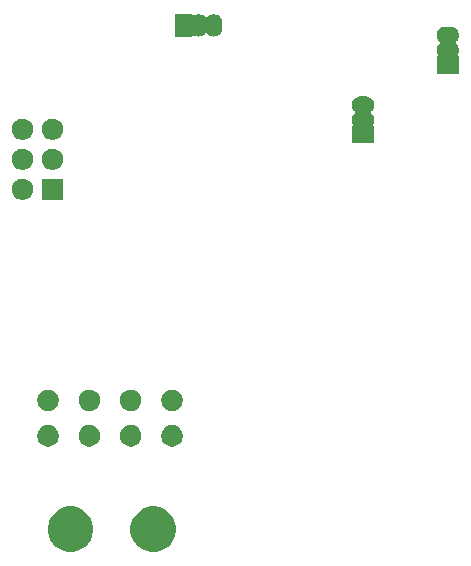
<source format=gbs>
G04 #@! TF.GenerationSoftware,KiCad,Pcbnew,5.0.1-33cea8e~68~ubuntu18.04.1*
G04 #@! TF.CreationDate,2019-04-03T20:56:08-04:00*
G04 #@! TF.ProjectId,IMU,494D552E6B696361645F706362000000,rev?*
G04 #@! TF.SameCoordinates,Original*
G04 #@! TF.FileFunction,Soldermask,Bot*
G04 #@! TF.FilePolarity,Negative*
%FSLAX46Y46*%
G04 Gerber Fmt 4.6, Leading zero omitted, Abs format (unit mm)*
G04 Created by KiCad (PCBNEW 5.0.1-33cea8e~68~ubuntu18.04.1) date Wed 03 Apr 2019 08:56:08 PM EDT*
%MOMM*%
%LPD*%
G01*
G04 APERTURE LIST*
%ADD10C,0.100000*%
G04 APERTURE END LIST*
D10*
G36*
X135602379Y-115828896D02*
X135602381Y-115828897D01*
X135602382Y-115828897D01*
X135952709Y-115974007D01*
X135952710Y-115974008D01*
X136267999Y-116184677D01*
X136536123Y-116452801D01*
X136536125Y-116452804D01*
X136746793Y-116768091D01*
X136891903Y-117118418D01*
X136965880Y-117490324D01*
X136965880Y-117869516D01*
X136891903Y-118241422D01*
X136746793Y-118591749D01*
X136746792Y-118591750D01*
X136536123Y-118907039D01*
X136267999Y-119175163D01*
X136267996Y-119175165D01*
X135952709Y-119385833D01*
X135602382Y-119530943D01*
X135602381Y-119530943D01*
X135602379Y-119530944D01*
X135230477Y-119604920D01*
X134851283Y-119604920D01*
X134479381Y-119530944D01*
X134479379Y-119530943D01*
X134479378Y-119530943D01*
X134129051Y-119385833D01*
X133813764Y-119175165D01*
X133813761Y-119175163D01*
X133545637Y-118907039D01*
X133334968Y-118591750D01*
X133334967Y-118591749D01*
X133189857Y-118241422D01*
X133115880Y-117869516D01*
X133115880Y-117490324D01*
X133189857Y-117118418D01*
X133334967Y-116768091D01*
X133545635Y-116452804D01*
X133545637Y-116452801D01*
X133813761Y-116184677D01*
X134129050Y-115974008D01*
X134129051Y-115974007D01*
X134479378Y-115828897D01*
X134479379Y-115828897D01*
X134479381Y-115828896D01*
X134851283Y-115754920D01*
X135230477Y-115754920D01*
X135602379Y-115828896D01*
X135602379Y-115828896D01*
G37*
G36*
X128602379Y-115828896D02*
X128602381Y-115828897D01*
X128602382Y-115828897D01*
X128952709Y-115974007D01*
X128952710Y-115974008D01*
X129267999Y-116184677D01*
X129536123Y-116452801D01*
X129536125Y-116452804D01*
X129746793Y-116768091D01*
X129891903Y-117118418D01*
X129965880Y-117490324D01*
X129965880Y-117869516D01*
X129891903Y-118241422D01*
X129746793Y-118591749D01*
X129746792Y-118591750D01*
X129536123Y-118907039D01*
X129267999Y-119175163D01*
X129267996Y-119175165D01*
X128952709Y-119385833D01*
X128602382Y-119530943D01*
X128602381Y-119530943D01*
X128602379Y-119530944D01*
X128230477Y-119604920D01*
X127851283Y-119604920D01*
X127479381Y-119530944D01*
X127479379Y-119530943D01*
X127479378Y-119530943D01*
X127129051Y-119385833D01*
X126813764Y-119175165D01*
X126813761Y-119175163D01*
X126545637Y-118907039D01*
X126334968Y-118591750D01*
X126334967Y-118591749D01*
X126189857Y-118241422D01*
X126115880Y-117869516D01*
X126115880Y-117490324D01*
X126189857Y-117118418D01*
X126334967Y-116768091D01*
X126545635Y-116452804D01*
X126545637Y-116452801D01*
X126813761Y-116184677D01*
X127129050Y-115974008D01*
X127129051Y-115974007D01*
X127479378Y-115828897D01*
X127479379Y-115828897D01*
X127479381Y-115828896D01*
X127851283Y-115754920D01*
X128230477Y-115754920D01*
X128602379Y-115828896D01*
X128602379Y-115828896D01*
G37*
G36*
X136896314Y-108894890D02*
X136896316Y-108894891D01*
X136896317Y-108894891D01*
X137061927Y-108963489D01*
X137210974Y-109063079D01*
X137337721Y-109189826D01*
X137437311Y-109338873D01*
X137505910Y-109504486D01*
X137540880Y-109680291D01*
X137540880Y-109859549D01*
X137505910Y-110035354D01*
X137437311Y-110200967D01*
X137337721Y-110350014D01*
X137210974Y-110476761D01*
X137210971Y-110476763D01*
X137061927Y-110576351D01*
X136896317Y-110644949D01*
X136896316Y-110644949D01*
X136896314Y-110644950D01*
X136720509Y-110679920D01*
X136541251Y-110679920D01*
X136365446Y-110644950D01*
X136365444Y-110644949D01*
X136365443Y-110644949D01*
X136199833Y-110576351D01*
X136050789Y-110476763D01*
X136050786Y-110476761D01*
X135924039Y-110350014D01*
X135824449Y-110200967D01*
X135755850Y-110035354D01*
X135720880Y-109859549D01*
X135720880Y-109680291D01*
X135755850Y-109504486D01*
X135824449Y-109338873D01*
X135924039Y-109189826D01*
X136050786Y-109063079D01*
X136199833Y-108963489D01*
X136365443Y-108894891D01*
X136365444Y-108894891D01*
X136365446Y-108894890D01*
X136541251Y-108859920D01*
X136720509Y-108859920D01*
X136896314Y-108894890D01*
X136896314Y-108894890D01*
G37*
G36*
X133396314Y-108894890D02*
X133396316Y-108894891D01*
X133396317Y-108894891D01*
X133561927Y-108963489D01*
X133710974Y-109063079D01*
X133837721Y-109189826D01*
X133937311Y-109338873D01*
X134005910Y-109504486D01*
X134040880Y-109680291D01*
X134040880Y-109859549D01*
X134005910Y-110035354D01*
X133937311Y-110200967D01*
X133837721Y-110350014D01*
X133710974Y-110476761D01*
X133710971Y-110476763D01*
X133561927Y-110576351D01*
X133396317Y-110644949D01*
X133396316Y-110644949D01*
X133396314Y-110644950D01*
X133220509Y-110679920D01*
X133041251Y-110679920D01*
X132865446Y-110644950D01*
X132865444Y-110644949D01*
X132865443Y-110644949D01*
X132699833Y-110576351D01*
X132550789Y-110476763D01*
X132550786Y-110476761D01*
X132424039Y-110350014D01*
X132324449Y-110200967D01*
X132255850Y-110035354D01*
X132220880Y-109859549D01*
X132220880Y-109680291D01*
X132255850Y-109504486D01*
X132324449Y-109338873D01*
X132424039Y-109189826D01*
X132550786Y-109063079D01*
X132699833Y-108963489D01*
X132865443Y-108894891D01*
X132865444Y-108894891D01*
X132865446Y-108894890D01*
X133041251Y-108859920D01*
X133220509Y-108859920D01*
X133396314Y-108894890D01*
X133396314Y-108894890D01*
G37*
G36*
X129896314Y-108894890D02*
X129896316Y-108894891D01*
X129896317Y-108894891D01*
X130061927Y-108963489D01*
X130210974Y-109063079D01*
X130337721Y-109189826D01*
X130437311Y-109338873D01*
X130505910Y-109504486D01*
X130540880Y-109680291D01*
X130540880Y-109859549D01*
X130505910Y-110035354D01*
X130437311Y-110200967D01*
X130337721Y-110350014D01*
X130210974Y-110476761D01*
X130210971Y-110476763D01*
X130061927Y-110576351D01*
X129896317Y-110644949D01*
X129896316Y-110644949D01*
X129896314Y-110644950D01*
X129720509Y-110679920D01*
X129541251Y-110679920D01*
X129365446Y-110644950D01*
X129365444Y-110644949D01*
X129365443Y-110644949D01*
X129199833Y-110576351D01*
X129050789Y-110476763D01*
X129050786Y-110476761D01*
X128924039Y-110350014D01*
X128824449Y-110200967D01*
X128755850Y-110035354D01*
X128720880Y-109859549D01*
X128720880Y-109680291D01*
X128755850Y-109504486D01*
X128824449Y-109338873D01*
X128924039Y-109189826D01*
X129050786Y-109063079D01*
X129199833Y-108963489D01*
X129365443Y-108894891D01*
X129365444Y-108894891D01*
X129365446Y-108894890D01*
X129541251Y-108859920D01*
X129720509Y-108859920D01*
X129896314Y-108894890D01*
X129896314Y-108894890D01*
G37*
G36*
X126396314Y-108894890D02*
X126396316Y-108894891D01*
X126396317Y-108894891D01*
X126561927Y-108963489D01*
X126710974Y-109063079D01*
X126837721Y-109189826D01*
X126937311Y-109338873D01*
X127005910Y-109504486D01*
X127040880Y-109680291D01*
X127040880Y-109859549D01*
X127005910Y-110035354D01*
X126937311Y-110200967D01*
X126837721Y-110350014D01*
X126710974Y-110476761D01*
X126710971Y-110476763D01*
X126561927Y-110576351D01*
X126396317Y-110644949D01*
X126396316Y-110644949D01*
X126396314Y-110644950D01*
X126220509Y-110679920D01*
X126041251Y-110679920D01*
X125865446Y-110644950D01*
X125865444Y-110644949D01*
X125865443Y-110644949D01*
X125699833Y-110576351D01*
X125550789Y-110476763D01*
X125550786Y-110476761D01*
X125424039Y-110350014D01*
X125324449Y-110200967D01*
X125255850Y-110035354D01*
X125220880Y-109859549D01*
X125220880Y-109680291D01*
X125255850Y-109504486D01*
X125324449Y-109338873D01*
X125424039Y-109189826D01*
X125550786Y-109063079D01*
X125699833Y-108963489D01*
X125865443Y-108894891D01*
X125865444Y-108894891D01*
X125865446Y-108894890D01*
X126041251Y-108859920D01*
X126220509Y-108859920D01*
X126396314Y-108894890D01*
X126396314Y-108894890D01*
G37*
G36*
X136896314Y-105894890D02*
X136896316Y-105894891D01*
X136896317Y-105894891D01*
X137061927Y-105963489D01*
X137210974Y-106063079D01*
X137337721Y-106189826D01*
X137437311Y-106338873D01*
X137505910Y-106504486D01*
X137540880Y-106680291D01*
X137540880Y-106859549D01*
X137505910Y-107035354D01*
X137437311Y-107200967D01*
X137337721Y-107350014D01*
X137210974Y-107476761D01*
X137210971Y-107476763D01*
X137061927Y-107576351D01*
X136896317Y-107644949D01*
X136896316Y-107644949D01*
X136896314Y-107644950D01*
X136720509Y-107679920D01*
X136541251Y-107679920D01*
X136365446Y-107644950D01*
X136365444Y-107644949D01*
X136365443Y-107644949D01*
X136199833Y-107576351D01*
X136050789Y-107476763D01*
X136050786Y-107476761D01*
X135924039Y-107350014D01*
X135824449Y-107200967D01*
X135755850Y-107035354D01*
X135720880Y-106859549D01*
X135720880Y-106680291D01*
X135755850Y-106504486D01*
X135824449Y-106338873D01*
X135924039Y-106189826D01*
X136050786Y-106063079D01*
X136199833Y-105963489D01*
X136365443Y-105894891D01*
X136365444Y-105894891D01*
X136365446Y-105894890D01*
X136541251Y-105859920D01*
X136720509Y-105859920D01*
X136896314Y-105894890D01*
X136896314Y-105894890D01*
G37*
G36*
X133396314Y-105894890D02*
X133396316Y-105894891D01*
X133396317Y-105894891D01*
X133561927Y-105963489D01*
X133710974Y-106063079D01*
X133837721Y-106189826D01*
X133937311Y-106338873D01*
X134005910Y-106504486D01*
X134040880Y-106680291D01*
X134040880Y-106859549D01*
X134005910Y-107035354D01*
X133937311Y-107200967D01*
X133837721Y-107350014D01*
X133710974Y-107476761D01*
X133710971Y-107476763D01*
X133561927Y-107576351D01*
X133396317Y-107644949D01*
X133396316Y-107644949D01*
X133396314Y-107644950D01*
X133220509Y-107679920D01*
X133041251Y-107679920D01*
X132865446Y-107644950D01*
X132865444Y-107644949D01*
X132865443Y-107644949D01*
X132699833Y-107576351D01*
X132550789Y-107476763D01*
X132550786Y-107476761D01*
X132424039Y-107350014D01*
X132324449Y-107200967D01*
X132255850Y-107035354D01*
X132220880Y-106859549D01*
X132220880Y-106680291D01*
X132255850Y-106504486D01*
X132324449Y-106338873D01*
X132424039Y-106189826D01*
X132550786Y-106063079D01*
X132699833Y-105963489D01*
X132865443Y-105894891D01*
X132865444Y-105894891D01*
X132865446Y-105894890D01*
X133041251Y-105859920D01*
X133220509Y-105859920D01*
X133396314Y-105894890D01*
X133396314Y-105894890D01*
G37*
G36*
X129896314Y-105894890D02*
X129896316Y-105894891D01*
X129896317Y-105894891D01*
X130061927Y-105963489D01*
X130210974Y-106063079D01*
X130337721Y-106189826D01*
X130437311Y-106338873D01*
X130505910Y-106504486D01*
X130540880Y-106680291D01*
X130540880Y-106859549D01*
X130505910Y-107035354D01*
X130437311Y-107200967D01*
X130337721Y-107350014D01*
X130210974Y-107476761D01*
X130210971Y-107476763D01*
X130061927Y-107576351D01*
X129896317Y-107644949D01*
X129896316Y-107644949D01*
X129896314Y-107644950D01*
X129720509Y-107679920D01*
X129541251Y-107679920D01*
X129365446Y-107644950D01*
X129365444Y-107644949D01*
X129365443Y-107644949D01*
X129199833Y-107576351D01*
X129050789Y-107476763D01*
X129050786Y-107476761D01*
X128924039Y-107350014D01*
X128824449Y-107200967D01*
X128755850Y-107035354D01*
X128720880Y-106859549D01*
X128720880Y-106680291D01*
X128755850Y-106504486D01*
X128824449Y-106338873D01*
X128924039Y-106189826D01*
X129050786Y-106063079D01*
X129199833Y-105963489D01*
X129365443Y-105894891D01*
X129365444Y-105894891D01*
X129365446Y-105894890D01*
X129541251Y-105859920D01*
X129720509Y-105859920D01*
X129896314Y-105894890D01*
X129896314Y-105894890D01*
G37*
G36*
X126396314Y-105894890D02*
X126396316Y-105894891D01*
X126396317Y-105894891D01*
X126561927Y-105963489D01*
X126710974Y-106063079D01*
X126837721Y-106189826D01*
X126937311Y-106338873D01*
X127005910Y-106504486D01*
X127040880Y-106680291D01*
X127040880Y-106859549D01*
X127005910Y-107035354D01*
X126937311Y-107200967D01*
X126837721Y-107350014D01*
X126710974Y-107476761D01*
X126710971Y-107476763D01*
X126561927Y-107576351D01*
X126396317Y-107644949D01*
X126396316Y-107644949D01*
X126396314Y-107644950D01*
X126220509Y-107679920D01*
X126041251Y-107679920D01*
X125865446Y-107644950D01*
X125865444Y-107644949D01*
X125865443Y-107644949D01*
X125699833Y-107576351D01*
X125550789Y-107476763D01*
X125550786Y-107476761D01*
X125424039Y-107350014D01*
X125324449Y-107200967D01*
X125255850Y-107035354D01*
X125220880Y-106859549D01*
X125220880Y-106680291D01*
X125255850Y-106504486D01*
X125324449Y-106338873D01*
X125424039Y-106189826D01*
X125550786Y-106063079D01*
X125699833Y-105963489D01*
X125865443Y-105894891D01*
X125865444Y-105894891D01*
X125865446Y-105894890D01*
X126041251Y-105859920D01*
X126220509Y-105859920D01*
X126396314Y-105894890D01*
X126396314Y-105894890D01*
G37*
G36*
X127407240Y-89800000D02*
X125607240Y-89800000D01*
X125607240Y-88000000D01*
X127407240Y-88000000D01*
X127407240Y-89800000D01*
X127407240Y-89800000D01*
G37*
G36*
X124229761Y-88034586D02*
X124393549Y-88102429D01*
X124540960Y-88200926D01*
X124666314Y-88326280D01*
X124764811Y-88473691D01*
X124832654Y-88637479D01*
X124867240Y-88811356D01*
X124867240Y-88988644D01*
X124832654Y-89162521D01*
X124764811Y-89326309D01*
X124666314Y-89473720D01*
X124540960Y-89599074D01*
X124393549Y-89697571D01*
X124229761Y-89765414D01*
X124055884Y-89800000D01*
X123878596Y-89800000D01*
X123704719Y-89765414D01*
X123540931Y-89697571D01*
X123393520Y-89599074D01*
X123268166Y-89473720D01*
X123169669Y-89326309D01*
X123101826Y-89162521D01*
X123067240Y-88988644D01*
X123067240Y-88811356D01*
X123101826Y-88637479D01*
X123169669Y-88473691D01*
X123268166Y-88326280D01*
X123393520Y-88200926D01*
X123540931Y-88102429D01*
X123704719Y-88034586D01*
X123878596Y-88000000D01*
X124055884Y-88000000D01*
X124229761Y-88034586D01*
X124229761Y-88034586D01*
G37*
G36*
X126769761Y-85494586D02*
X126933549Y-85562429D01*
X127080960Y-85660926D01*
X127206314Y-85786280D01*
X127304811Y-85933691D01*
X127372654Y-86097479D01*
X127407240Y-86271356D01*
X127407240Y-86448644D01*
X127372654Y-86622521D01*
X127304811Y-86786309D01*
X127206314Y-86933720D01*
X127080960Y-87059074D01*
X126933549Y-87157571D01*
X126769761Y-87225414D01*
X126595884Y-87260000D01*
X126418596Y-87260000D01*
X126244719Y-87225414D01*
X126080931Y-87157571D01*
X125933520Y-87059074D01*
X125808166Y-86933720D01*
X125709669Y-86786309D01*
X125641826Y-86622521D01*
X125607240Y-86448644D01*
X125607240Y-86271356D01*
X125641826Y-86097479D01*
X125709669Y-85933691D01*
X125808166Y-85786280D01*
X125933520Y-85660926D01*
X126080931Y-85562429D01*
X126244719Y-85494586D01*
X126418596Y-85460000D01*
X126595884Y-85460000D01*
X126769761Y-85494586D01*
X126769761Y-85494586D01*
G37*
G36*
X124229761Y-85494586D02*
X124393549Y-85562429D01*
X124540960Y-85660926D01*
X124666314Y-85786280D01*
X124764811Y-85933691D01*
X124832654Y-86097479D01*
X124867240Y-86271356D01*
X124867240Y-86448644D01*
X124832654Y-86622521D01*
X124764811Y-86786309D01*
X124666314Y-86933720D01*
X124540960Y-87059074D01*
X124393549Y-87157571D01*
X124229761Y-87225414D01*
X124055884Y-87260000D01*
X123878596Y-87260000D01*
X123704719Y-87225414D01*
X123540931Y-87157571D01*
X123393520Y-87059074D01*
X123268166Y-86933720D01*
X123169669Y-86786309D01*
X123101826Y-86622521D01*
X123067240Y-86448644D01*
X123067240Y-86271356D01*
X123101826Y-86097479D01*
X123169669Y-85933691D01*
X123268166Y-85786280D01*
X123393520Y-85660926D01*
X123540931Y-85562429D01*
X123704719Y-85494586D01*
X123878596Y-85460000D01*
X124055884Y-85460000D01*
X124229761Y-85494586D01*
X124229761Y-85494586D01*
G37*
G36*
X153092353Y-81020777D02*
X153163365Y-81027771D01*
X153254474Y-81055408D01*
X153300029Y-81069227D01*
X153425978Y-81136549D01*
X153536372Y-81227148D01*
X153626971Y-81337542D01*
X153694293Y-81463491D01*
X153694293Y-81463492D01*
X153735749Y-81600155D01*
X153749747Y-81742280D01*
X153735749Y-81884405D01*
X153708112Y-81975514D01*
X153694293Y-82021069D01*
X153626971Y-82147018D01*
X153536372Y-82257412D01*
X153508052Y-82280654D01*
X153490725Y-82297981D01*
X153477111Y-82318355D01*
X153467733Y-82340994D01*
X153462953Y-82365028D01*
X153462953Y-82389532D01*
X153467733Y-82413566D01*
X153477111Y-82436205D01*
X153490725Y-82456579D01*
X153508052Y-82473906D01*
X153536372Y-82497148D01*
X153626971Y-82607542D01*
X153694293Y-82733491D01*
X153694293Y-82733492D01*
X153735749Y-82870155D01*
X153749747Y-83012280D01*
X153735749Y-83154405D01*
X153708112Y-83245514D01*
X153694293Y-83291069D01*
X153650309Y-83373355D01*
X153640932Y-83395993D01*
X153636151Y-83420027D01*
X153636151Y-83444531D01*
X153640931Y-83468565D01*
X153650308Y-83491204D01*
X153663922Y-83511578D01*
X153681249Y-83528906D01*
X153701624Y-83542520D01*
X153724262Y-83551897D01*
X153746240Y-83556269D01*
X153746240Y-85007280D01*
X151846240Y-85007280D01*
X151846240Y-83555871D01*
X151856317Y-83554878D01*
X151879766Y-83547765D01*
X151901377Y-83536214D01*
X151920319Y-83520668D01*
X151935865Y-83501726D01*
X151947416Y-83480115D01*
X151954529Y-83456666D01*
X151956931Y-83432280D01*
X151954529Y-83407894D01*
X151947416Y-83384445D01*
X151942171Y-83373355D01*
X151898187Y-83291069D01*
X151884368Y-83245514D01*
X151856731Y-83154405D01*
X151842733Y-83012280D01*
X151856731Y-82870155D01*
X151898187Y-82733492D01*
X151898187Y-82733491D01*
X151965509Y-82607542D01*
X152056108Y-82497148D01*
X152084428Y-82473906D01*
X152101755Y-82456579D01*
X152115369Y-82436205D01*
X152124747Y-82413566D01*
X152129527Y-82389532D01*
X152129527Y-82365028D01*
X152124747Y-82340994D01*
X152115369Y-82318355D01*
X152101755Y-82297981D01*
X152084428Y-82280654D01*
X152056108Y-82257412D01*
X151965509Y-82147018D01*
X151898187Y-82021069D01*
X151884368Y-81975514D01*
X151856731Y-81884405D01*
X151842733Y-81742280D01*
X151856731Y-81600155D01*
X151898187Y-81463492D01*
X151898187Y-81463491D01*
X151965509Y-81337542D01*
X152056108Y-81227148D01*
X152166502Y-81136549D01*
X152292451Y-81069227D01*
X152338006Y-81055408D01*
X152429115Y-81027771D01*
X152500127Y-81020777D01*
X152535632Y-81017280D01*
X153056848Y-81017280D01*
X153092353Y-81020777D01*
X153092353Y-81020777D01*
G37*
G36*
X124229761Y-82954586D02*
X124393549Y-83022429D01*
X124540960Y-83120926D01*
X124666314Y-83246280D01*
X124764811Y-83393691D01*
X124832654Y-83557479D01*
X124867240Y-83731356D01*
X124867240Y-83908644D01*
X124832654Y-84082521D01*
X124764811Y-84246309D01*
X124666314Y-84393720D01*
X124540960Y-84519074D01*
X124393549Y-84617571D01*
X124229761Y-84685414D01*
X124055884Y-84720000D01*
X123878596Y-84720000D01*
X123704719Y-84685414D01*
X123540931Y-84617571D01*
X123393520Y-84519074D01*
X123268166Y-84393720D01*
X123169669Y-84246309D01*
X123101826Y-84082521D01*
X123067240Y-83908644D01*
X123067240Y-83731356D01*
X123101826Y-83557479D01*
X123169669Y-83393691D01*
X123268166Y-83246280D01*
X123393520Y-83120926D01*
X123540931Y-83022429D01*
X123704719Y-82954586D01*
X123878596Y-82920000D01*
X124055884Y-82920000D01*
X124229761Y-82954586D01*
X124229761Y-82954586D01*
G37*
G36*
X126769761Y-82954586D02*
X126933549Y-83022429D01*
X127080960Y-83120926D01*
X127206314Y-83246280D01*
X127304811Y-83393691D01*
X127372654Y-83557479D01*
X127407240Y-83731356D01*
X127407240Y-83908644D01*
X127372654Y-84082521D01*
X127304811Y-84246309D01*
X127206314Y-84393720D01*
X127080960Y-84519074D01*
X126933549Y-84617571D01*
X126769761Y-84685414D01*
X126595884Y-84720000D01*
X126418596Y-84720000D01*
X126244719Y-84685414D01*
X126080931Y-84617571D01*
X125933520Y-84519074D01*
X125808166Y-84393720D01*
X125709669Y-84246309D01*
X125641826Y-84082521D01*
X125607240Y-83908644D01*
X125607240Y-83731356D01*
X125641826Y-83557479D01*
X125709669Y-83393691D01*
X125808166Y-83246280D01*
X125933520Y-83120926D01*
X126080931Y-83022429D01*
X126244719Y-82954586D01*
X126418596Y-82920000D01*
X126595884Y-82920000D01*
X126769761Y-82954586D01*
X126769761Y-82954586D01*
G37*
G36*
X160280553Y-75122897D02*
X160351565Y-75129891D01*
X160442674Y-75157528D01*
X160488229Y-75171347D01*
X160614178Y-75238669D01*
X160724572Y-75329268D01*
X160815171Y-75439662D01*
X160882493Y-75565611D01*
X160882493Y-75565612D01*
X160923949Y-75702275D01*
X160937947Y-75844400D01*
X160923949Y-75986525D01*
X160896312Y-76077634D01*
X160882493Y-76123189D01*
X160815171Y-76249138D01*
X160724572Y-76359532D01*
X160696252Y-76382774D01*
X160678925Y-76400101D01*
X160665311Y-76420475D01*
X160655933Y-76443114D01*
X160651153Y-76467148D01*
X160651153Y-76491652D01*
X160655933Y-76515686D01*
X160665311Y-76538325D01*
X160678925Y-76558699D01*
X160696252Y-76576026D01*
X160724572Y-76599268D01*
X160815171Y-76709662D01*
X160882493Y-76835611D01*
X160882493Y-76835612D01*
X160923949Y-76972275D01*
X160937947Y-77114400D01*
X160923949Y-77256525D01*
X160896312Y-77347634D01*
X160882493Y-77393189D01*
X160838509Y-77475475D01*
X160829132Y-77498113D01*
X160824351Y-77522147D01*
X160824351Y-77546651D01*
X160829131Y-77570685D01*
X160838508Y-77593324D01*
X160852122Y-77613698D01*
X160869449Y-77631026D01*
X160889824Y-77644640D01*
X160912462Y-77654017D01*
X160934440Y-77658389D01*
X160934440Y-79109400D01*
X159034440Y-79109400D01*
X159034440Y-77657991D01*
X159044517Y-77656998D01*
X159067966Y-77649885D01*
X159089577Y-77638334D01*
X159108519Y-77622788D01*
X159124065Y-77603846D01*
X159135616Y-77582235D01*
X159142729Y-77558786D01*
X159145131Y-77534400D01*
X159142729Y-77510014D01*
X159135616Y-77486565D01*
X159130371Y-77475475D01*
X159086387Y-77393189D01*
X159072568Y-77347634D01*
X159044931Y-77256525D01*
X159030933Y-77114400D01*
X159044931Y-76972275D01*
X159086387Y-76835612D01*
X159086387Y-76835611D01*
X159153709Y-76709662D01*
X159244308Y-76599268D01*
X159272628Y-76576026D01*
X159289955Y-76558699D01*
X159303569Y-76538325D01*
X159312947Y-76515686D01*
X159317727Y-76491652D01*
X159317727Y-76467148D01*
X159312947Y-76443114D01*
X159303569Y-76420475D01*
X159289955Y-76400101D01*
X159272628Y-76382774D01*
X159244308Y-76359532D01*
X159153709Y-76249138D01*
X159086387Y-76123189D01*
X159072568Y-76077634D01*
X159044931Y-75986525D01*
X159030933Y-75844400D01*
X159044931Y-75702275D01*
X159086387Y-75565612D01*
X159086387Y-75565611D01*
X159153709Y-75439662D01*
X159244308Y-75329268D01*
X159354702Y-75238669D01*
X159480651Y-75171347D01*
X159526206Y-75157528D01*
X159617315Y-75129891D01*
X159688327Y-75122897D01*
X159723832Y-75119400D01*
X160245048Y-75119400D01*
X160280553Y-75122897D01*
X160280553Y-75122897D01*
G37*
G36*
X139034404Y-74076851D02*
X139125513Y-74104488D01*
X139171068Y-74118307D01*
X139297017Y-74185629D01*
X139407412Y-74276228D01*
X139430654Y-74304548D01*
X139447981Y-74321875D01*
X139468355Y-74335489D01*
X139490994Y-74344867D01*
X139515028Y-74349647D01*
X139539532Y-74349647D01*
X139563566Y-74344867D01*
X139586205Y-74335489D01*
X139606579Y-74321875D01*
X139623906Y-74304548D01*
X139647148Y-74276228D01*
X139757542Y-74185629D01*
X139883491Y-74118307D01*
X139929046Y-74104488D01*
X140020155Y-74076851D01*
X140114905Y-74067519D01*
X140162279Y-74062853D01*
X140162280Y-74062853D01*
X140304404Y-74076851D01*
X140395513Y-74104488D01*
X140441068Y-74118307D01*
X140567017Y-74185629D01*
X140677412Y-74276228D01*
X140768011Y-74386622D01*
X140835333Y-74512571D01*
X140849152Y-74558126D01*
X140876789Y-74649235D01*
X140887280Y-74755753D01*
X140887280Y-75276966D01*
X140876789Y-75383485D01*
X140849152Y-75474594D01*
X140835333Y-75520149D01*
X140768011Y-75646098D01*
X140677412Y-75756492D01*
X140567018Y-75847091D01*
X140441069Y-75914413D01*
X140416901Y-75921744D01*
X140304405Y-75955869D01*
X140209655Y-75965201D01*
X140162281Y-75969867D01*
X140162280Y-75969867D01*
X140020156Y-75955869D01*
X139907660Y-75921744D01*
X139883492Y-75914413D01*
X139757543Y-75847091D01*
X139647150Y-75756493D01*
X139623905Y-75728170D01*
X139606578Y-75710843D01*
X139586203Y-75697230D01*
X139563564Y-75687853D01*
X139539530Y-75683073D01*
X139515026Y-75683073D01*
X139490993Y-75687854D01*
X139468354Y-75697232D01*
X139447979Y-75710846D01*
X139430654Y-75728172D01*
X139407412Y-75756492D01*
X139297018Y-75847091D01*
X139171069Y-75914413D01*
X139146901Y-75921744D01*
X139034405Y-75955869D01*
X138939655Y-75965201D01*
X138892281Y-75969867D01*
X138892280Y-75969867D01*
X138750156Y-75955869D01*
X138637660Y-75921744D01*
X138613492Y-75914413D01*
X138531205Y-75870429D01*
X138508566Y-75861052D01*
X138484533Y-75856271D01*
X138460028Y-75856271D01*
X138435995Y-75861051D01*
X138413356Y-75870429D01*
X138392981Y-75884042D01*
X138375654Y-75901369D01*
X138362040Y-75921744D01*
X138352663Y-75944383D01*
X138348291Y-75966360D01*
X136897280Y-75966360D01*
X136897280Y-74066360D01*
X138348689Y-74066360D01*
X138349682Y-74076437D01*
X138356795Y-74099886D01*
X138368346Y-74121497D01*
X138383892Y-74140439D01*
X138402834Y-74155985D01*
X138424445Y-74167536D01*
X138447894Y-74174649D01*
X138472280Y-74177051D01*
X138496666Y-74174649D01*
X138520115Y-74167536D01*
X138531205Y-74162291D01*
X138613491Y-74118307D01*
X138659046Y-74104488D01*
X138750155Y-74076851D01*
X138844905Y-74067519D01*
X138892279Y-74062853D01*
X138892280Y-74062853D01*
X139034404Y-74076851D01*
X139034404Y-74076851D01*
G37*
M02*

</source>
